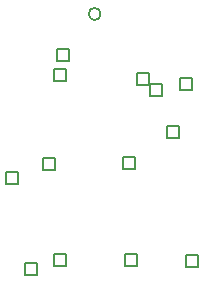
<source format=gbr>
%TF.GenerationSoftware,Altium Limited,Altium Designer,18.1.9 (240)*%
G04 Layer_Color=2752767*
%FSLAX45Y45*%
%MOMM*%
%TF.FileFunction,Drawing*%
%TF.Part,Single*%
G01*
G75*
%TA.AperFunction,NonConductor*%
%ADD41C,0.12700*%
%ADD48C,0.16933*%
D41*
X1129258Y1244263D02*
Y1345863D01*
X1230858D01*
Y1244263D01*
X1129258D01*
X1249200Y1959200D02*
Y2060800D01*
X1350800D01*
Y1959200D01*
X1249200D01*
X541700Y1991700D02*
Y2093300D01*
X643300D01*
Y1991700D01*
X541700D01*
X1661780Y414280D02*
Y515880D01*
X1763380D01*
Y414280D01*
X1661780D01*
X299200Y353887D02*
Y455487D01*
X400800D01*
Y353887D01*
X299200D01*
X571860Y2159200D02*
Y2260800D01*
X673460D01*
Y2159200D01*
X571860D01*
X1607960Y1919200D02*
Y2020800D01*
X1709560D01*
Y1919200D01*
X1607960D01*
X1356700Y1869200D02*
Y1970800D01*
X1458300D01*
Y1869200D01*
X1356700D01*
X1496700Y1509200D02*
Y1610800D01*
X1598300D01*
Y1509200D01*
X1496700D01*
X454200Y1236700D02*
Y1338300D01*
X555800D01*
Y1236700D01*
X454200D01*
X134200Y1121700D02*
Y1223300D01*
X235800D01*
Y1121700D01*
X134200D01*
X1146860Y424360D02*
Y525960D01*
X1248460D01*
Y424360D01*
X1146860D01*
X543380D02*
Y525960D01*
X644980D01*
Y424360D01*
X543380D01*
D48*
X938300Y2560000D02*
G03*
X938300Y2560000I-50800J0D01*
G01*
%TF.MD5,fd9bfc7a7c05636c051fd63eef883e31*%
M02*

</source>
